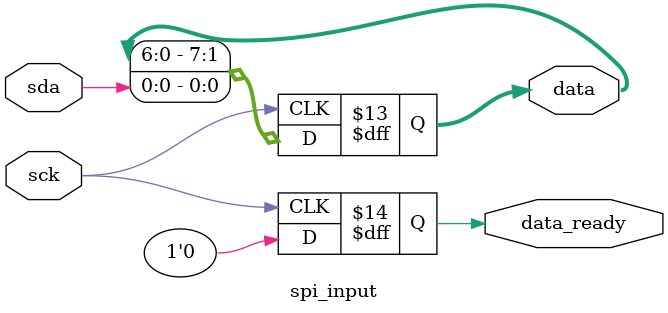
<source format=v>
module spi_input #(
    parameter DATA_BITS = 8
) (
    input sck,
    input sda,
    
    output reg [DATA_BITS-1 : 0] data = 0,
    output reg data_ready
);
    localparam COUNTER_BITS = $clog2(DATA_BITS); // number of bits required to store DATA_BITS (for counters)
    reg [COUNTER_BITS-1 : 0] bit_counter = 0; // counts through the bits, increments each positive SCK, is used for data_ready
    reg [COUNTER_BITS-1 : 0] i; // counts through the bits, but is used internally for the shift register

    always @(posedge sck) begin
        data_ready = 0; // initially set the data as not ready
    
        // shift data left 1 bit, insert new SDA data into LSB
        for (i = DATA_BITS - 1; i > 0; i = i - 1) begin
            data[i] = data[i - 1];
        end
        
        data[0] = sda;
        
        // increase bit counter. if it hits DATA_BITS, then the data is ready and it can be reset
        bit_counter = bit_counter + 1;
        
        if (bit_counter == DATA_BITS) begin
            bit_counter = 0;
            data_ready = 1;
        end
    end
endmodule

</source>
